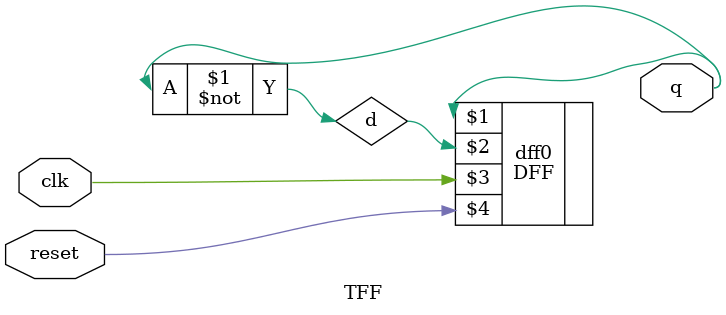
<source format=v>
`timescale 1ns / 1ps
module TFF(q,clk,reset);

output q;
input clk,reset;
wire d;
DFF dff0 (q,d,clk,reset);
not n1(d,q);
endmodule

</source>
